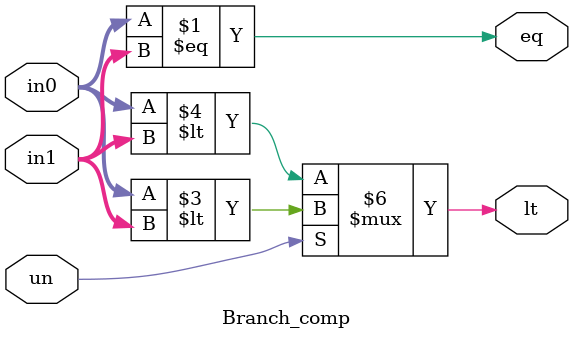
<source format=v>
module Branch_comp (
    input signed [31:0] in0, in1,
    input un,
    output reg lt, 
    output eq
);
    assign eq = (in0 == in1);

    always @(*) begin
        if(un)
            lt = ($unsigned(in0) < $unsigned(in1)) ;
        else    
            lt = (in0 < in1) ;
    end   
endmodule


</source>
